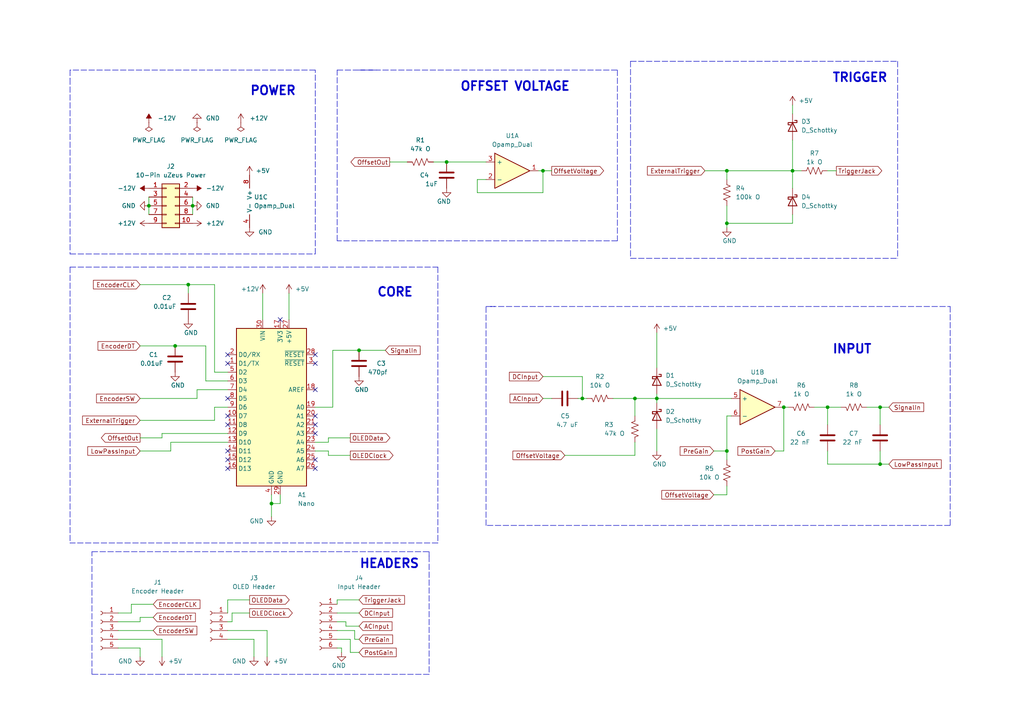
<source format=kicad_sch>
(kicad_sch (version 20211123) (generator eeschema)
  (paper "A4")
  (lib_symbols
    (symbol "Connector:Conn_01x04_Female" (pin_names (offset 1.016) hide)
      (property "Reference" "J" (at 0 5.08 0))
      (property "Value" "Conn_01x04_Female" (at 0 -7.62 0))
      (symbol "Conn_01x04_Female_1_1"
        (arc (start 0 -4.572) (mid -0.508 -5.08) (end 0 -5.588) (stroke (width 0.1524)))
        (arc (start 0 -2.032) (mid -0.508 -2.54) (end 0 -3.048) (stroke (width 0.1524)))
        (polyline (pts (xy -1.27 -5.08) (xy -0.508 -5.08)) (stroke (width 0.1524)))
        (polyline (pts (xy -1.27 -2.54) (xy -0.508 -2.54)) (stroke (width 0.1524)))
        (polyline (pts (xy -1.27 0) (xy -0.508 0)) (stroke (width 0.1524)))
        (polyline (pts (xy -1.27 2.54) (xy -0.508 2.54)) (stroke (width 0.1524)))
        (arc (start 0 0.508) (mid -0.508 0) (end 0 -0.508) (stroke (width 0.1524)))
        (arc (start 0 3.048) (mid -0.508 2.54) (end 0 2.032) (stroke (width 0.1524)))
        (pin passive line (at -5.08 2.54 0) (length 3.81) (name "Pin_1") (number "1"))
        (pin passive line (at -5.08 0 0) (length 3.81) (name "Pin_2") (number "2"))
        (pin passive line (at -5.08 -2.54 0) (length 3.81) (name "Pin_3") (number "3"))
        (pin passive line (at -5.08 -5.08 0) (length 3.81) (name "Pin_4") (number "4"))
      )
    )
    (symbol "Connector:Conn_01x05_Female" (pin_names (offset 1.016) hide)
      (property "Reference" "J" (at 0 7.62 0))
      (property "Value" "Conn_01x05_Female" (at 0 -7.62 0))
      (symbol "Conn_01x05_Female_1_1"
        (arc (start 0 -4.572) (mid -0.508 -5.08) (end 0 -5.588) (stroke (width 0.1524)))
        (arc (start 0 -2.032) (mid -0.508 -2.54) (end 0 -3.048) (stroke (width 0.1524)))
        (polyline (pts (xy -1.27 -5.08) (xy -0.508 -5.08)) (stroke (width 0.1524)))
        (polyline (pts (xy -1.27 -2.54) (xy -0.508 -2.54)) (stroke (width 0.1524)))
        (polyline (pts (xy -1.27 0) (xy -0.508 0)) (stroke (width 0.1524)))
        (polyline (pts (xy -1.27 2.54) (xy -0.508 2.54)) (stroke (width 0.1524)))
        (polyline (pts (xy -1.27 5.08) (xy -0.508 5.08)) (stroke (width 0.1524)))
        (arc (start 0 0.508) (mid -0.508 0) (end 0 -0.508) (stroke (width 0.1524)))
        (arc (start 0 3.048) (mid -0.508 2.54) (end 0 2.032) (stroke (width 0.1524)))
        (arc (start 0 5.588) (mid -0.508 5.08) (end 0 4.572) (stroke (width 0.1524)))
        (pin passive line (at -5.08 5.08 0) (length 3.81) (name "Pin_1") (number "1"))
        (pin passive line (at -5.08 2.54 0) (length 3.81) (name "Pin_2") (number "2"))
        (pin passive line (at -5.08 0 0) (length 3.81) (name "Pin_3") (number "3"))
        (pin passive line (at -5.08 -2.54 0) (length 3.81) (name "Pin_4") (number "4"))
        (pin passive line (at -5.08 -5.08 0) (length 3.81) (name "Pin_5") (number "5"))
      )
    )
    (symbol "Connector:Conn_01x06_Female" (pin_names (offset 1.016) hide)
      (property "Reference" "J" (at 0 7.62 0))
      (property "Value" "Conn_01x06_Female" (at 0 -10.16 0))
      (symbol "Conn_01x06_Female_1_1"
        (arc (start 0 -7.112) (mid -0.508 -7.62) (end 0 -8.128) (stroke (width 0.1524)))
        (arc (start 0 -4.572) (mid -0.508 -5.08) (end 0 -5.588) (stroke (width 0.1524)))
        (arc (start 0 -2.032) (mid -0.508 -2.54) (end 0 -3.048) (stroke (width 0.1524)))
        (polyline (pts (xy -1.27 -7.62) (xy -0.508 -7.62)) (stroke (width 0.1524)))
        (polyline (pts (xy -1.27 -5.08) (xy -0.508 -5.08)) (stroke (width 0.1524)))
        (polyline (pts (xy -1.27 -2.54) (xy -0.508 -2.54)) (stroke (width 0.1524)))
        (polyline (pts (xy -1.27 0) (xy -0.508 0)) (stroke (width 0.1524)))
        (polyline (pts (xy -1.27 2.54) (xy -0.508 2.54)) (stroke (width 0.1524)))
        (polyline (pts (xy -1.27 5.08) (xy -0.508 5.08)) (stroke (width 0.1524)))
        (arc (start 0 0.508) (mid -0.508 0) (end 0 -0.508) (stroke (width 0.1524)))
        (arc (start 0 3.048) (mid -0.508 2.54) (end 0 2.032) (stroke (width 0.1524)))
        (arc (start 0 5.588) (mid -0.508 5.08) (end 0 4.572) (stroke (width 0.1524)))
        (pin passive line (at -5.08 5.08 0) (length 3.81) (name "Pin_1") (number "1"))
        (pin passive line (at -5.08 2.54 0) (length 3.81) (name "Pin_2") (number "2"))
        (pin passive line (at -5.08 0 0) (length 3.81) (name "Pin_3") (number "3"))
        (pin passive line (at -5.08 -2.54 0) (length 3.81) (name "Pin_4") (number "4"))
        (pin passive line (at -5.08 -5.08 0) (length 3.81) (name "Pin_5") (number "5"))
        (pin passive line (at -5.08 -7.62 0) (length 3.81) (name "Pin_6") (number "6"))
      )
    )
    (symbol "Connector_Generic:Conn_02x05_Odd_Even" (pin_names (offset 1.016) hide)
      (property "Reference" "J" (at 1.27 7.62 0))
      (property "Value" "Conn_02x05_Odd_Even" (at 1.27 -7.62 0))
      (symbol "Conn_02x05_Odd_Even_1_1"
        (rectangle (start -1.27 -4.953) (end 0 -5.207) (stroke (width 0.1524)))
        (rectangle (start -1.27 -2.413) (end 0 -2.667) (stroke (width 0.1524)))
        (rectangle (start -1.27 0.127) (end 0 -0.127) (stroke (width 0.1524)))
        (rectangle (start -1.27 2.667) (end 0 2.413) (stroke (width 0.1524)))
        (rectangle (start -1.27 5.207) (end 0 4.953) (stroke (width 0.1524)))
        (rectangle (start -1.27 6.35) (end 3.81 -6.35) (stroke (width 0.254)) (fill (type background)))
        (rectangle (start 3.81 -4.953) (end 2.54 -5.207) (stroke (width 0.1524)))
        (rectangle (start 3.81 -2.413) (end 2.54 -2.667) (stroke (width 0.1524)))
        (rectangle (start 3.81 0.127) (end 2.54 -0.127) (stroke (width 0.1524)))
        (rectangle (start 3.81 2.667) (end 2.54 2.413) (stroke (width 0.1524)))
        (rectangle (start 3.81 5.207) (end 2.54 4.953) (stroke (width 0.1524)))
        (pin passive line (at -5.08 5.08 0) (length 3.81) (name "Pin_1") (number "1"))
        (pin passive line (at 7.62 -5.08 180) (length 3.81) (name "Pin_10") (number "10"))
        (pin passive line (at 7.62 5.08 180) (length 3.81) (name "Pin_2") (number "2"))
        (pin passive line (at -5.08 2.54 0) (length 3.81) (name "Pin_3") (number "3"))
        (pin passive line (at 7.62 2.54 180) (length 3.81) (name "Pin_4") (number "4"))
        (pin passive line (at -5.08 0 0) (length 3.81) (name "Pin_5") (number "5"))
        (pin passive line (at 7.62 0 180) (length 3.81) (name "Pin_6") (number "6"))
        (pin passive line (at -5.08 -2.54 0) (length 3.81) (name "Pin_7") (number "7"))
        (pin passive line (at 7.62 -2.54 180) (length 3.81) (name "Pin_8") (number "8"))
        (pin passive line (at -5.08 -5.08 0) (length 3.81) (name "Pin_9") (number "9"))
      )
    )
    (symbol "Device:C" (pin_numbers hide) (pin_names (offset 0.254))
      (property "Reference" "C" (at 0.635 2.54 0))
      (property "Value" "C" (at 0.635 -2.54 0))
      (symbol "C_0_1"
        (polyline (pts (xy -2.032 -0.762) (xy 2.032 -0.762)) (stroke (width 0.508)))
        (polyline (pts (xy -2.032 0.762) (xy 2.032 0.762)) (stroke (width 0.508)))
      )
      (symbol "C_1_1"
        (pin passive line (at 0 3.81 270) (length 2.794) (name "~") (number "1"))
        (pin passive line (at 0 -3.81 90) (length 2.794) (name "~") (number "2"))
      )
    )
    (symbol "Device:D_Schottky" (pin_numbers hide) (pin_names (offset 1.016) hide)
      (property "Reference" "D" (at 0 2.54 0))
      (property "Value" "D_Schottky" (at 0 -2.54 0))
      (symbol "D_Schottky_0_1"
        (polyline (pts (xy 1.27 0) (xy -1.27 0)))
        (polyline (pts (xy 1.27 1.27) (xy 1.27 -1.27) (xy -1.27 0) (xy 1.27 1.27)) (stroke (width 0.254)))
        (polyline (pts (xy -1.905 0.635) (xy -1.905 1.27) (xy -1.27 1.27) (xy -1.27 -1.27) (xy -0.635 -1.27) (xy -0.635 -0.635)) (stroke (width 0.254)))
      )
      (symbol "D_Schottky_1_1"
        (pin passive line (at -3.81 0 0) (length 2.54) (name "K") (number "1"))
        (pin passive line (at 3.81 0 180) (length 2.54) (name "A") (number "2"))
      )
    )
    (symbol "Device:Opamp_Dual"
      (property "Reference" "U" (at 0 5.08 0))
      (property "Value" "Opamp_Dual" (at 0 -5.08 0))
      (symbol "Opamp_Dual_1_1"
        (polyline (pts (xy -5.08 5.08) (xy 5.08 0) (xy -5.08 -5.08) (xy -5.08 5.08)) (stroke (width 0.254)) (fill (type background)))
        (pin output line (at 7.62 0 180) (length 2.54) (name "~") (number "1"))
        (pin input line (at -7.62 -2.54 0) (length 2.54) (name "-") (number "2"))
        (pin input line (at -7.62 2.54 0) (length 2.54) (name "+") (number "3"))
      )
      (symbol "Opamp_Dual_2_1"
        (polyline (pts (xy -5.08 5.08) (xy 5.08 0) (xy -5.08 -5.08) (xy -5.08 5.08)) (stroke (width 0.254)) (fill (type background)))
        (pin input line (at -7.62 2.54 0) (length 2.54) (name "+") (number "5"))
        (pin input line (at -7.62 -2.54 0) (length 2.54) (name "-") (number "6"))
        (pin output line (at 7.62 0 180) (length 2.54) (name "~") (number "7"))
      )
      (symbol "Opamp_Dual_3_1"
        (pin power_in line (at -2.54 -7.62 90) (length 3.81) (name "V-") (number "4"))
        (pin power_in line (at -2.54 7.62 270) (length 3.81) (name "V+") (number "8"))
      )
    )
    (symbol "Device:R_US" (pin_numbers hide) (pin_names (offset 0))
      (property "Reference" "R" (at 2.54 0 90))
      (property "Value" "R_US" (at -2.54 0 90))
      (symbol "R_US_0_1"
        (polyline (pts (xy 0 -2.286) (xy 0 -2.54)))
        (polyline (pts (xy 0 2.286) (xy 0 2.54)))
        (polyline (pts (xy 0 -0.762) (xy 1.016 -1.143) (xy 0 -1.524) (xy -1.016 -1.905) (xy 0 -2.286)))
        (polyline (pts (xy 0 0.762) (xy 1.016 0.381) (xy 0 0) (xy -1.016 -0.381) (xy 0 -0.762)))
        (polyline (pts (xy 0 2.286) (xy 1.016 1.905) (xy 0 1.524) (xy -1.016 1.143) (xy 0 0.762)))
      )
      (symbol "R_US_1_1"
        (pin passive line (at 0 3.81 270) (length 1.27) (name "~") (number "1"))
        (pin passive line (at 0 -3.81 90) (length 1.27) (name "~") (number "2"))
      )
    )
    (symbol "MCU_Module:Arduino_Nano_v3.x"
      (property "Reference" "A" (at -10.16 23.495 0))
      (property "Value" "Arduino_Nano_v3.x" (at 5.08 -24.13 0))
      (symbol "Arduino_Nano_v3.x_0_1"
        (rectangle (start -10.16 22.86) (end 10.16 -22.86) (stroke (width 0.254)) (fill (type background)))
      )
      (symbol "Arduino_Nano_v3.x_1_1"
        (pin bidirectional line (at -12.7 12.7 0) (length 2.54) (name "D1/TX") (number "1"))
        (pin bidirectional line (at -12.7 -2.54 0) (length 2.54) (name "D7") (number "10"))
        (pin bidirectional line (at -12.7 -5.08 0) (length 2.54) (name "D8") (number "11"))
        (pin bidirectional line (at -12.7 -7.62 0) (length 2.54) (name "D9") (number "12"))
        (pin bidirectional line (at -12.7 -10.16 0) (length 2.54) (name "D10") (number "13"))
        (pin bidirectional line (at -12.7 -12.7 0) (length 2.54) (name "D11") (number "14"))
        (pin bidirectional line (at -12.7 -15.24 0) (length 2.54) (name "D12") (number "15"))
        (pin bidirectional line (at -12.7 -17.78 0) (length 2.54) (name "D13") (number "16"))
        (pin power_out line (at 2.54 25.4 270) (length 2.54) (name "3V3") (number "17"))
        (pin input line (at 12.7 5.08 180) (length 2.54) (name "AREF") (number "18"))
        (pin bidirectional line (at 12.7 0 180) (length 2.54) (name "A0") (number "19"))
        (pin bidirectional line (at -12.7 15.24 0) (length 2.54) (name "D0/RX") (number "2"))
        (pin bidirectional line (at 12.7 -2.54 180) (length 2.54) (name "A1") (number "20"))
        (pin bidirectional line (at 12.7 -5.08 180) (length 2.54) (name "A2") (number "21"))
        (pin bidirectional line (at 12.7 -7.62 180) (length 2.54) (name "A3") (number "22"))
        (pin bidirectional line (at 12.7 -10.16 180) (length 2.54) (name "A4") (number "23"))
        (pin bidirectional line (at 12.7 -12.7 180) (length 2.54) (name "A5") (number "24"))
        (pin bidirectional line (at 12.7 -15.24 180) (length 2.54) (name "A6") (number "25"))
        (pin bidirectional line (at 12.7 -17.78 180) (length 2.54) (name "A7") (number "26"))
        (pin power_out line (at 5.08 25.4 270) (length 2.54) (name "+5V") (number "27"))
        (pin input line (at 12.7 15.24 180) (length 2.54) (name "~{RESET}") (number "28"))
        (pin power_in line (at 2.54 -25.4 90) (length 2.54) (name "GND") (number "29"))
        (pin input line (at 12.7 12.7 180) (length 2.54) (name "~{RESET}") (number "3"))
        (pin power_in line (at -2.54 25.4 270) (length 2.54) (name "VIN") (number "30"))
        (pin power_in line (at 0 -25.4 90) (length 2.54) (name "GND") (number "4"))
        (pin bidirectional line (at -12.7 10.16 0) (length 2.54) (name "D2") (number "5"))
        (pin bidirectional line (at -12.7 7.62 0) (length 2.54) (name "D3") (number "6"))
        (pin bidirectional line (at -12.7 5.08 0) (length 2.54) (name "D4") (number "7"))
        (pin bidirectional line (at -12.7 2.54 0) (length 2.54) (name "D5") (number "8"))
        (pin bidirectional line (at -12.7 0 0) (length 2.54) (name "D6") (number "9"))
      )
    )
    (symbol "power:+12V" (power) (pin_names (offset 0))
      (property "Value" "+12V" (at 0 3.556 0))
      (symbol "+12V_0_1"
        (polyline (pts (xy -0.762 1.27) (xy 0 2.54)))
        (polyline (pts (xy 0 0) (xy 0 2.54)))
        (polyline (pts (xy 0 2.54) (xy 0.762 1.27)))
      )
      (symbol "+12V_1_1"
        (pin power_in line (at 0 0 90) (length 0) hide (name "+12V") (number "1"))
      )
    )
    (symbol "power:+5V" (power) (pin_names (offset 0))
      (property "Value" "+5V" (at 0 3.556 0))
      (symbol "+5V_0_1"
        (polyline (pts (xy -0.762 1.27) (xy 0 2.54)))
        (polyline (pts (xy 0 0) (xy 0 2.54)))
        (polyline (pts (xy 0 2.54) (xy 0.762 1.27)))
      )
      (symbol "+5V_1_1"
        (pin power_in line (at 0 0 90) (length 0) hide (name "+5V") (number "1"))
      )
    )
    (symbol "power:-12V" (power) (pin_names (offset 0))
      (property "Value" "-12V" (at 0 3.81 0))
      (symbol "-12V_0_0"
        (pin power_in line (at 0 0 90) (length 0) hide (name "-12V") (number "1"))
      )
      (symbol "-12V_0_1"
        (polyline (pts (xy 0 0) (xy 0 1.27) (xy 0.762 1.27) (xy 0 2.54) (xy -0.762 1.27) (xy 0 1.27)) (fill (type outline)))
      )
    )
    (symbol "power:GND" (power) (pin_names (offset 0))
      (property "Value" "GND" (at 0 -3.81 0))
      (symbol "GND_0_1"
        (polyline (pts (xy 0 0) (xy 0 -1.27) (xy 1.27 -1.27) (xy 0 -2.54) (xy -1.27 -1.27) (xy 0 -1.27)))
      )
      (symbol "GND_1_1"
        (pin power_in line (at 0 0 270) (length 0) hide (name "GND") (number "1"))
      )
    )
    (symbol "power:PWR_FLAG" (power) (pin_numbers hide) (pin_names (offset 0) hide)
      (property "Value" "PWR_FLAG" (at 0 3.81 0))
      (symbol "PWR_FLAG_0_0"
        (pin power_out line (at 0 0 90) (length 0) (name "pwr") (number "1"))
      )
      (symbol "PWR_FLAG_0_1"
        (polyline (pts (xy 0 0) (xy 0 1.27) (xy -1.016 1.905) (xy 0 2.54) (xy 1.016 1.905) (xy 0 1.27)))
      )
    )
  )
  (junction (at 157.48 49.53))
  (junction (at 168.91 115.57))
  (junction (at 55.88 59.69))
  (junction (at 129.54 46.99))
  (junction (at 43.18 59.69))
  (junction (at 255.27 118.11))
  (junction (at 227.33 118.11))
  (junction (at 210.82 64.77))
  (junction (at 184.15 115.57))
  (junction (at 78.74 146.05))
  (junction (at 229.87 49.53))
  (junction (at 54.61 82.55))
  (junction (at 50.8 100.33))
  (junction (at 210.82 130.81))
  (junction (at 190.5 115.57))
  (junction (at 255.27 134.62))
  (junction (at 240.03 118.11))
  (junction (at 210.82 49.53))
  (junction (at 104.14 101.6))
  (no_connect (at 66.04 123.19))
  (no_connect (at 66.04 120.65))
  (no_connect (at 66.04 105.41))
  (no_connect (at 66.04 102.87))
  (no_connect (at 91.44 135.89))
  (no_connect (at 91.44 133.35))
  (no_connect (at 91.44 113.03))
  (no_connect (at 66.04 133.35))
  (no_connect (at 66.04 135.89))
  (no_connect (at 66.04 115.57))
  (no_connect (at 91.44 125.73))
  (no_connect (at 91.44 123.19))
  (no_connect (at 91.44 120.65))
  (no_connect (at 91.44 105.41))
  (no_connect (at 91.44 102.87))
  (no_connect (at 81.28 92.71))
  (no_connect (at 66.04 130.81))
  (wire (pts (xy 96.52 101.6) (xy 104.14 101.6)))
  (wire (pts (xy 167.64 115.57) (xy 168.91 115.57)))
  (wire (pts (xy 38.1 175.26) (xy 38.1 177.8)))
  (wire (pts (xy 229.87 49.53) (xy 210.82 49.53)))
  (wire (pts (xy 43.18 59.69) (xy 43.18 62.23)))
  (wire (pts (xy 168.91 115.57) (xy 170.18 115.57)))
  (wire (pts (xy 240.03 118.11) (xy 243.84 118.11)))
  (wire (pts (xy 67.31 180.34) (xy 66.04 180.34)))
  (wire (pts (xy 34.29 185.42) (xy 46.99 185.42)))
  (polyline (pts (xy 124.46 195.58) (xy 26.67 195.58)))
  (wire (pts (xy 210.82 120.65) (xy 210.82 130.81)))
  (wire (pts (xy 229.87 64.77) (xy 210.82 64.77)))
  (wire (pts (xy 95.25 132.08) (xy 101.6 132.08)))
  (wire (pts (xy 43.18 57.15) (xy 43.18 59.69)))
  (wire (pts (xy 138.43 55.88) (xy 138.43 52.07)))
  (polyline (pts (xy 140.97 88.9) (xy 143.51 88.9)))
  (wire (pts (xy 97.79 173.99) (xy 104.14 173.99)))
  (wire (pts (xy 57.15 113.03) (xy 66.04 113.03)))
  (wire (pts (xy 251.46 118.11) (xy 255.27 118.11)))
  (wire (pts (xy 54.61 82.55) (xy 62.23 82.55)))
  (wire (pts (xy 38.1 177.8) (xy 34.29 177.8)))
  (wire (pts (xy 62.23 118.11) (xy 66.04 118.11)))
  (wire (pts (xy 40.64 190.5) (xy 40.64 187.96)))
  (wire (pts (xy 229.87 49.53) (xy 229.87 54.61)))
  (wire (pts (xy 55.88 59.69) (xy 55.88 62.23)))
  (wire (pts (xy 190.5 96.52) (xy 190.5 106.68)))
  (wire (pts (xy 96.52 118.11) (xy 96.52 101.6)))
  (wire (pts (xy 46.99 127) (xy 40.64 127)))
  (polyline (pts (xy 179.07 20.32) (xy 179.07 69.85)))
  (wire (pts (xy 44.45 179.07) (xy 40.64 179.07)))
  (wire (pts (xy 78.74 146.05) (xy 78.74 143.51)))
  (wire (pts (xy 62.23 118.11) (xy 62.23 121.92)))
  (wire (pts (xy 157.48 49.53) (xy 157.48 55.88)))
  (wire (pts (xy 157.48 109.22) (xy 168.91 109.22)))
  (wire (pts (xy 240.03 49.53) (xy 242.57 49.53)))
  (wire (pts (xy 57.15 113.03) (xy 57.15 115.57)))
  (wire (pts (xy 49.53 128.27) (xy 49.53 130.81)))
  (polyline (pts (xy 182.88 17.78) (xy 182.88 74.93)))
  (wire (pts (xy 46.99 125.73) (xy 66.04 125.73)))
  (wire (pts (xy 78.74 149.86) (xy 78.74 146.05)))
  (wire (pts (xy 72.39 177.8) (xy 67.31 177.8)))
  (wire (pts (xy 91.44 130.81) (xy 95.25 130.81)))
  (polyline (pts (xy 127 157.48) (xy 20.32 157.48)))
  (wire (pts (xy 207.01 130.81) (xy 210.82 130.81)))
  (wire (pts (xy 212.09 120.65) (xy 210.82 120.65)))
  (wire (pts (xy 113.03 46.99) (xy 118.11 46.99)))
  (wire (pts (xy 40.64 121.92) (xy 62.23 121.92)))
  (wire (pts (xy 102.87 182.88) (xy 97.79 182.88)))
  (polyline (pts (xy 97.79 69.85) (xy 97.79 20.32)))
  (wire (pts (xy 91.44 128.27) (xy 95.25 128.27)))
  (wire (pts (xy 157.48 115.57) (xy 160.02 115.57)))
  (wire (pts (xy 55.88 57.15) (xy 55.88 59.69)))
  (wire (pts (xy 95.25 128.27) (xy 95.25 127)))
  (wire (pts (xy 224.79 130.81) (xy 227.33 130.81)))
  (wire (pts (xy 104.14 189.23) (xy 101.6 189.23)))
  (wire (pts (xy 190.5 115.57) (xy 212.09 115.57)))
  (wire (pts (xy 168.91 109.22) (xy 168.91 115.57)))
  (wire (pts (xy 81.28 146.05) (xy 81.28 143.51)))
  (wire (pts (xy 40.64 187.96) (xy 34.29 187.96)))
  (wire (pts (xy 190.5 124.46) (xy 190.5 130.81)))
  (wire (pts (xy 46.99 185.42) (xy 46.99 190.5)))
  (wire (pts (xy 66.04 185.42) (xy 73.66 185.42)))
  (wire (pts (xy 255.27 118.11) (xy 255.27 123.19)))
  (wire (pts (xy 97.79 180.34) (xy 100.33 180.34)))
  (polyline (pts (xy 179.07 69.85) (xy 97.79 69.85)))
  (wire (pts (xy 91.44 118.11) (xy 96.52 118.11)))
  (polyline (pts (xy 142.24 88.9) (xy 275.59 88.9)))
  (polyline (pts (xy 20.32 77.47) (xy 20.32 157.48)))
  (wire (pts (xy 229.87 40.64) (xy 229.87 49.53)))
  (wire (pts (xy 184.15 120.65) (xy 184.15 115.57)))
  (wire (pts (xy 67.31 177.8) (xy 67.31 180.34)))
  (wire (pts (xy 40.64 179.07) (xy 40.64 180.34)))
  (wire (pts (xy 83.82 85.09) (xy 83.82 92.71)))
  (wire (pts (xy 50.8 100.33) (xy 59.69 100.33)))
  (polyline (pts (xy 260.35 17.78) (xy 260.35 74.93)))
  (polyline (pts (xy 91.44 20.32) (xy 20.32 20.32)))
  (wire (pts (xy 73.66 185.42) (xy 73.66 190.5)))
  (wire (pts (xy 129.54 46.99) (xy 140.97 46.99)))
  (polyline (pts (xy 26.67 160.02) (xy 124.46 160.02)))
  (wire (pts (xy 210.82 59.69) (xy 210.82 64.77)))
  (wire (pts (xy 104.14 101.6) (xy 111.76 101.6)))
  (wire (pts (xy 49.53 128.27) (xy 66.04 128.27)))
  (polyline (pts (xy 20.32 22.86) (xy 20.32 73.66)))
  (wire (pts (xy 97.79 175.26) (xy 97.79 173.99)))
  (wire (pts (xy 100.33 180.34) (xy 100.33 181.61)))
  (polyline (pts (xy 20.32 20.32) (xy 20.32 22.86)))
  (wire (pts (xy 66.04 107.95) (xy 62.23 107.95)))
  (polyline (pts (xy 20.32 77.47) (xy 127 77.47)))
  (polyline (pts (xy 182.88 74.93) (xy 260.35 74.93)))
  (wire (pts (xy 204.47 49.53) (xy 210.82 49.53)))
  (wire (pts (xy 210.82 140.97) (xy 210.82 143.51)))
  (wire (pts (xy 228.6 118.11) (xy 227.33 118.11)))
  (wire (pts (xy 97.79 177.8) (xy 104.14 177.8)))
  (wire (pts (xy 46.99 125.73) (xy 46.99 127)))
  (polyline (pts (xy 97.79 20.32) (xy 109.22 20.32)))
  (wire (pts (xy 62.23 82.55) (xy 62.23 107.95)))
  (wire (pts (xy 138.43 52.07) (xy 140.97 52.07)))
  (wire (pts (xy 44.45 182.88) (xy 34.29 182.88)))
  (polyline (pts (xy 124.46 160.02) (xy 124.46 161.29)))
  (polyline (pts (xy 275.59 88.9) (xy 275.59 152.4)))
  (wire (pts (xy 78.74 146.05) (xy 81.28 146.05)))
  (polyline (pts (xy 182.88 17.78) (xy 260.35 17.78)))
  (polyline (pts (xy 104.14 20.32) (xy 179.07 20.32)))
  (polyline (pts (xy 124.46 161.29) (xy 124.46 195.58)))
  (wire (pts (xy 190.5 115.57) (xy 190.5 116.84)))
  (polyline (pts (xy 20.32 73.66) (xy 91.44 73.66)))
  (wire (pts (xy 40.64 115.57) (xy 57.15 115.57)))
  (wire (pts (xy 255.27 130.81) (xy 255.27 134.62)))
  (wire (pts (xy 44.45 175.26) (xy 38.1 175.26)))
  (wire (pts (xy 157.48 49.53) (xy 160.02 49.53)))
  (wire (pts (xy 66.04 182.88) (xy 77.47 182.88)))
  (wire (pts (xy 40.64 180.34) (xy 34.29 180.34)))
  (wire (pts (xy 40.64 130.81) (xy 49.53 130.81)))
  (wire (pts (xy 210.82 49.53) (xy 210.82 52.07)))
  (wire (pts (xy 77.47 182.88) (xy 77.47 190.5)))
  (wire (pts (xy 184.15 132.08) (xy 184.15 128.27)))
  (wire (pts (xy 100.33 181.61) (xy 104.14 181.61)))
  (wire (pts (xy 66.04 173.99) (xy 72.39 173.99)))
  (wire (pts (xy 210.82 130.81) (xy 210.82 133.35)))
  (wire (pts (xy 99.06 187.96) (xy 99.06 189.23)))
  (wire (pts (xy 54.61 85.09) (xy 54.61 82.55)))
  (wire (pts (xy 190.5 114.3) (xy 190.5 115.57)))
  (wire (pts (xy 240.03 130.81) (xy 240.03 134.62)))
  (polyline (pts (xy 127 77.47) (xy 127 157.48)))
  (wire (pts (xy 229.87 30.48) (xy 229.87 33.02)))
  (wire (pts (xy 229.87 49.53) (xy 232.41 49.53)))
  (wire (pts (xy 95.25 127) (xy 101.6 127)))
  (wire (pts (xy 236.22 118.11) (xy 240.03 118.11)))
  (wire (pts (xy 104.14 185.42) (xy 102.87 185.42)))
  (wire (pts (xy 101.6 189.23) (xy 101.6 185.42)))
  (wire (pts (xy 210.82 143.51) (xy 207.01 143.51)))
  (polyline (pts (xy 140.97 152.4) (xy 140.97 88.9)))
  (polyline (pts (xy 91.44 73.66) (xy 91.44 20.32)))
  (wire (pts (xy 177.8 115.57) (xy 184.15 115.57)))
  (wire (pts (xy 66.04 110.49) (xy 59.69 110.49)))
  (wire (pts (xy 76.2 85.09) (xy 76.2 92.71)))
  (wire (pts (xy 59.69 110.49) (xy 59.69 100.33)))
  (wire (pts (xy 163.83 132.08) (xy 184.15 132.08)))
  (polyline (pts (xy 275.59 152.4) (xy 140.97 152.4)))
  (wire (pts (xy 95.25 130.81) (xy 95.25 132.08)))
  (wire (pts (xy 102.87 185.42) (xy 102.87 182.88)))
  (wire (pts (xy 129.54 46.99) (xy 125.73 46.99)))
  (wire (pts (xy 66.04 177.8) (xy 66.04 173.99)))
  (wire (pts (xy 210.82 64.77) (xy 210.82 66.04)))
  (wire (pts (xy 156.21 49.53) (xy 157.48 49.53)))
  (wire (pts (xy 40.64 82.55) (xy 54.61 82.55)))
  (wire (pts (xy 255.27 134.62) (xy 257.81 134.62)))
  (wire (pts (xy 97.79 187.96) (xy 99.06 187.96)))
  (wire (pts (xy 101.6 185.42) (xy 97.79 185.42)))
  (wire (pts (xy 157.48 55.88) (xy 138.43 55.88)))
  (wire (pts (xy 184.15 115.57) (xy 190.5 115.57)))
  (wire (pts (xy 227.33 130.81) (xy 227.33 118.11)))
  (wire (pts (xy 40.64 100.33) (xy 50.8 100.33)))
  (wire (pts (xy 240.03 134.62) (xy 255.27 134.62)))
  (wire (pts (xy 229.87 62.23) (xy 229.87 64.77)))
  (polyline (pts (xy 26.67 195.58) (xy 26.67 160.02)))
  (wire (pts (xy 255.27 118.11) (xy 257.81 118.11)))
  (wire (pts (xy 240.03 118.11) (xy 240.03 123.19)))
  (text "TRIGGER" (at 241.3 24.13 0) (effects (font (size 2.54 2.54) (thickness 0.508) bold) (justify left bottom)))
  (text "POWER" (at 72.39 27.94 0) (effects (font (size 2.54 2.54) (thickness 0.508) bold) (justify left bottom)))
  (text "CORE" (at 109.22 86.36 0) (effects (font (size 2.54 2.54) (thickness 0.508) bold) (justify left bottom)))
  (text "OFFSET VOLTAGE" (at 133.35 26.67 0) (effects (font (size 2.54 2.54) (thickness 0.508) bold) (justify left bottom)))
  (text "HEADERS" (at 104.14 165.1 0) (effects (font (size 2.54 2.54) (thickness 0.508) bold) (justify left bottom)))
  (text "INPUT" (at 241.3 102.87 0) (effects (font (size 2.54 2.54) (thickness 0.508) bold) (justify left bottom)))
  (global_label "SignalIn" (shape input) (at 257.81 118.11 0) (property "Intersheet References" "${INTERSHEET_REFS}" (effects hide)))
  (global_label "EncoderDT" (shape input) (at 44.45 179.07 0) (property "Intersheet References" "${INTERSHEET_REFS}" (effects hide)))
  (global_label "ACInput" (shape input) (at 104.14 181.61 0) (property "Intersheet References" "${INTERSHEET_REFS}" (effects hide)))
  (global_label "OLEDData" (shape output) (at 101.6 127 0) (property "Intersheet References" "${INTERSHEET_REFS}" (effects hide)))
  (global_label "OffsetOut" (shape output) (at 113.03 46.99 180) (property "Intersheet References" "${INTERSHEET_REFS}" (effects hide)))
  (global_label "ExternalTrigger" (shape input) (at 204.47 49.53 180) (property "Intersheet References" "${INTERSHEET_REFS}" (effects hide)))
  (global_label "OffsetVoltage" (shape input) (at 207.01 143.51 180) (property "Intersheet References" "${INTERSHEET_REFS}" (effects hide)))
  (global_label "EncoderSW" (shape input) (at 40.64 115.57 180) (property "Intersheet References" "${INTERSHEET_REFS}" (effects hide)))
  (global_label "ExternalTrigger" (shape input) (at 40.64 121.92 180) (property "Intersheet References" "${INTERSHEET_REFS}" (effects hide)))
  (global_label "SignalIn" (shape input) (at 111.76 101.6 0) (property "Intersheet References" "${INTERSHEET_REFS}" (effects hide)))
  (global_label "PreGain" (shape input) (at 207.01 130.81 180) (property "Intersheet References" "${INTERSHEET_REFS}" (effects hide)))
  (global_label "OLEDData" (shape output) (at 72.39 173.99 0) (property "Intersheet References" "${INTERSHEET_REFS}" (effects hide)))
  (global_label "DCInput" (shape input) (at 157.48 109.22 180) (property "Intersheet References" "${INTERSHEET_REFS}" (effects hide)))
  (global_label "LowPassInput" (shape input) (at 40.64 130.81 180) (property "Intersheet References" "${INTERSHEET_REFS}" (effects hide)))
  (global_label "EncoderCLK" (shape input) (at 44.45 175.26 0) (property "Intersheet References" "${INTERSHEET_REFS}" (effects hide)))
  (global_label "OffsetVoltage" (shape output) (at 160.02 49.53 0) (property "Intersheet References" "${INTERSHEET_REFS}" (effects hide)))
  (global_label "DCInput" (shape input) (at 104.14 177.8 0) (property "Intersheet References" "${INTERSHEET_REFS}" (effects hide)))
  (global_label "TriggerJack" (shape input) (at 104.14 173.99 0) (property "Intersheet References" "${INTERSHEET_REFS}" (effects hide)))
  (global_label "LowPassInput" (shape input) (at 257.81 134.62 0) (property "Intersheet References" "${INTERSHEET_REFS}" (effects hide)))
  (global_label "OffsetVoltage" (shape input) (at 163.83 132.08 180) (property "Intersheet References" "${INTERSHEET_REFS}" (effects hide)))
  (global_label "OLEDClock" (shape output) (at 72.39 177.8 0) (property "Intersheet References" "${INTERSHEET_REFS}" (effects hide)))
  (global_label "PostGain" (shape input) (at 224.79 130.81 180) (property "Intersheet References" "${INTERSHEET_REFS}" (effects hide)))
  (global_label "EncoderDT" (shape input) (at 40.64 100.33 180) (property "Intersheet References" "${INTERSHEET_REFS}" (effects hide)))
  (global_label "ACInput" (shape input) (at 157.48 115.57 180) (property "Intersheet References" "${INTERSHEET_REFS}" (effects hide)))
  (global_label "TriggerJack" (shape output) (at 242.57 49.53 0) (property "Intersheet References" "${INTERSHEET_REFS}" (effects hide)))
  (global_label "PreGain" (shape input) (at 104.14 185.42 0) (property "Intersheet References" "${INTERSHEET_REFS}" (effects hide)))
  (global_label "OffsetOut" (shape output) (at 40.64 127 180) (property "Intersheet References" "${INTERSHEET_REFS}" (effects hide)))
  (global_label "EncoderSW" (shape input) (at 44.45 182.88 0) (property "Intersheet References" "${INTERSHEET_REFS}" (effects hide)))
  (global_label "OLEDClock" (shape output) (at 101.6 132.08 0) (property "Intersheet References" "${INTERSHEET_REFS}" (effects hide)))
  (global_label "PostGain" (shape input) (at 104.14 189.23 0) (property "Intersheet References" "${INTERSHEET_REFS}" (effects hide)))
  (global_label "EncoderCLK" (shape input) (at 40.64 82.55 180) (property "Intersheet References" "${INTERSHEET_REFS}" (effects hide)))
  (symbol (lib_id "Device:R_US") (at 184.15 124.46 0) (mirror y) (unit 1)
    (property "Reference" "R3" (at 175.26 123.19 0) (effects (justify right)))
    (property "Value" "47k O" (at 175.26 125.73 0) (effects (justify right)))
    (property "Footprint" "Resistor_SMD:R_1210_3225Metric_Pad1.30x2.65mm_HandSolder" (effects hide))
  )
  (symbol (lib_id "power:+12V") (at 43.18 64.77 90) (unit 1)
    (property "Reference" "#PWR05" (effects hide))
    (property "Value" "+12V" (at 39.37 64.7699 90) (effects (justify left)))
  )
  (symbol (lib_id "power:+12V") (at 69.85 35.56 0) (unit 1)
    (property "Reference" "#PWR014" (effects hide))
    (property "Value" "+12V" (at 72.39 34.2899 0) (effects (justify left)))
  )
  (symbol (lib_id "Device:Opamp_Dual") (at 74.93 58.42 0) (unit 3)
    (property "Reference" "U1" (at 73.66 57.1499 0) (effects (justify left)))
    (property "Value" "Opamp_Dual" (at 73.66 59.6899 0) (effects (justify left)))
    (property "Footprint" "Package_DIP:DIP-8_W7.62mm_Socket" (effects hide))
  )
  (symbol (lib_id "power:GND") (at 78.74 149.86 0) (unit 1)
    (property "Reference" "#PWR021" (effects hide))
    (property "Value" "GND" (at 72.39 151.13 0) (effects (justify left)))
  )
  (symbol (lib_id "power:GND") (at 104.14 109.22 0) (unit 1)
    (property "Reference" "#PWR024" (effects hide))
    (property "Value" "GND" (at 102.87 113.03 0) (effects (justify left)))
  )
  (symbol (lib_id "power:+12V") (at 76.2 85.09 0) (unit 1)
    (property "Reference" "#PWR019" (effects hide))
    (property "Value" "+12V" (at 69.85 83.82 0) (effects (justify left)))
  )
  (symbol (lib_id "power:GND") (at 210.82 66.04 0) (unit 1)
    (property "Reference" "#PWR028" (effects hide))
    (property "Value" "GND" (at 209.55 69.85 0) (effects (justify left)))
  )
  (symbol (lib_id "Device:C") (at 163.83 115.57 270) (unit 1)
    (property "Reference" "C5" (at 162.56 120.65 90) (effects (justify left)))
    (property "Value" "4.7 uF" (at 161.29 123.19 90) (effects (justify left)))
    (property "Footprint" "Capacitor_THT:C_Disc_D6.0mm_W2.5mm_P5.00mm" (effects hide))
  )
  (symbol (lib_id "MCU_Module:Arduino_Nano_v3.x") (at 78.74 118.11 0) (unit 1)
    (property "Reference" "A1" (at 86.36 143.51 0) (effects (justify left)))
    (property "Value" "Nano" (at 86.36 146.05 0) (effects (justify left)))
    (property "Footprint" "Module:Arduino_Nano" (effects hide))
    (property "Datasheet" "http://www.mouser.com/pdfdocs/Gravitech_Arduino_Nano3_0.pdf" (effects hide))
  )
  (symbol (lib_id "power:+5V") (at 46.99 190.5 180) (unit 1)
    (property "Reference" "#PWR06" (effects hide))
    (property "Value" "+5V" (at 50.8 191.77 0))
  )
  (symbol (lib_id "power:GND") (at 50.8 107.95 0) (unit 1)
    (property "Reference" "#PWR09" (effects hide))
    (property "Value" "GND" (at 49.53 111.76 0) (effects (justify left)))
  )
  (symbol (lib_id "Device:D_Schottky") (at 190.5 120.65 270) (unit 1)
    (property "Reference" "D2" (at 193.04 119.38 90) (effects (justify left)))
    (property "Value" "D_Schottky" (at 193.04 121.92 90) (effects (justify left)))
    (property "Footprint" "Diode_SMD:D_1210_3225Metric_Pad1.42x2.65mm_HandSolder" (effects hide))
  )
  (symbol (lib_id "Device:R_US") (at 232.41 118.11 270) (mirror x) (unit 1)
    (property "Reference" "R6" (at 232.41 111.76 90))
    (property "Value" "1k O" (at 232.41 114.3 90))
    (property "Footprint" "Resistor_SMD:R_1210_3225Metric_Pad1.30x2.65mm_HandSolder" (effects hide))
  )
  (symbol (lib_id "Device:D_Schottky") (at 190.5 110.49 270) (unit 1)
    (property "Reference" "D1" (at 193.04 108.9024 90) (effects (justify left)))
    (property "Value" "D_Schottky" (at 193.04 111.4424 90) (effects (justify left)))
    (property "Footprint" "Diode_SMD:D_1210_3225Metric_Pad1.42x2.65mm_HandSolder" (effects hide))
  )
  (symbol (lib_id "power:-12V") (at 43.18 54.61 90) (unit 1)
    (property "Reference" "#PWR03" (effects hide))
    (property "Value" "-12V" (at 39.37 54.6099 90) (effects (justify left)))
  )
  (symbol (lib_id "Device:C") (at 50.8 104.14 0) (unit 1)
    (property "Reference" "C1" (at 43.18 102.87 0) (effects (justify left)))
    (property "Value" "0.01uF" (at 40.64 105.41 0) (effects (justify left)))
    (property "Footprint" "Capacitor_THT:C_Disc_D6.0mm_W2.5mm_P5.00mm" (effects hide))
  )
  (symbol (lib_id "Device:C") (at 240.03 127 180) (unit 1)
    (property "Reference" "C6" (at 233.68 125.73 0) (effects (justify left)))
    (property "Value" "22 nF" (at 234.95 128.27 0) (effects (justify left)))
    (property "Footprint" "Capacitor_THT:C_Disc_D6.0mm_W2.5mm_P5.00mm" (effects hide))
  )
  (symbol (lib_id "power:GND") (at 55.88 59.69 90) (unit 1)
    (property "Reference" "#PWR012" (effects hide))
    (property "Value" "GND" (at 59.69 59.6899 90) (effects (justify right)))
  )
  (symbol (lib_id "power:GND") (at 54.61 92.71 0) (unit 1)
    (property "Reference" "#PWR010" (effects hide))
    (property "Value" "GND" (at 53.34 96.52 0) (effects (justify left)))
  )
  (symbol (lib_id "power:GND") (at 73.66 190.5 0) (unit 1)
    (property "Reference" "#PWR018" (effects hide))
    (property "Value" "GND" (at 67.31 191.77 0) (effects (justify left)))
  )
  (symbol (lib_id "power:-12V") (at 43.18 35.56 0) (unit 1)
    (property "Reference" "#PWR01" (effects hide))
    (property "Value" "-12V" (at 45.72 34.2899 0) (effects (justify left)))
  )
  (symbol (lib_id "Connector:Conn_01x05_Female") (at 29.21 182.88 0) (mirror y) (unit 1)
    (property "Reference" "J1" (at 45.72 168.91 0))
    (property "Value" "Encoder Header" (at 45.72 171.45 0))
    (property "Footprint" "Connector_JST:JST_XH_B5B-XH-A_1x05_P2.50mm_Vertical" (effects hide))
  )
  (symbol (lib_id "power:+12V") (at 55.88 64.77 270) (unit 1)
    (property "Reference" "#PWR013" (effects hide))
    (property "Value" "+12V" (at 59.69 64.7699 90) (effects (justify left)))
  )
  (symbol (lib_id "Device:C") (at 255.27 127 180) (unit 1)
    (property "Reference" "C7" (at 248.92 125.73 0) (effects (justify left)))
    (property "Value" "22 nF" (at 250.19 128.27 0) (effects (justify left)))
    (property "Footprint" "Capacitor_THT:C_Disc_D6.0mm_W2.5mm_P5.00mm" (effects hide))
  )
  (symbol (lib_id "Device:D_Schottky") (at 229.87 36.83 270) (unit 1)
    (property "Reference" "D3" (at 232.41 35.2424 90) (effects (justify left)))
    (property "Value" "D_Schottky" (at 232.41 37.7824 90) (effects (justify left)))
    (property "Footprint" "Diode_SMD:D_1210_3225Metric_Pad1.42x2.65mm_HandSolder" (effects hide))
  )
  (symbol (lib_id "power:-12V") (at 55.88 54.61 270) (unit 1)
    (property "Reference" "#PWR011" (effects hide))
    (property "Value" "-12V" (at 59.69 54.6099 90) (effects (justify left)))
  )
  (symbol (lib_id "power:GND") (at 43.18 59.69 270) (unit 1)
    (property "Reference" "#PWR04" (effects hide))
    (property "Value" "GND" (at 39.37 59.6899 90) (effects (justify right)))
  )
  (symbol (lib_id "power:PWR_FLAG") (at 69.85 35.56 180) (unit 1)
    (property "Reference" "#FLG03" (effects hide))
    (property "Value" "PWR_FLAG" (at 69.85 40.64 0))
  )
  (symbol (lib_id "Connector_Generic:Conn_02x05_Odd_Even") (at 48.26 59.69 0) (unit 1)
    (property "Reference" "J2" (at 49.53 48.26 0))
    (property "Value" "10-Pin uZeus Power" (at 49.53 50.8 0))
    (property "Footprint" "Connector_PinHeader_2.54mm:PinHeader_2x05_P2.54mm_Vertical" (effects hide))
  )
  (symbol (lib_id "power:PWR_FLAG") (at 57.15 35.56 180) (unit 1)
    (property "Reference" "#FLG02" (effects hide))
    (property "Value" "PWR_FLAG" (at 57.15 40.64 0))
  )
  (symbol (lib_id "Device:R_US") (at 210.82 55.88 0) (unit 1)
    (property "Reference" "R4" (at 213.36 54.6099 0) (effects (justify left)))
    (property "Value" "100k O" (at 213.36 57.1499 0) (effects (justify left)))
    (property "Footprint" "Resistor_SMD:R_1210_3225Metric_Pad1.30x2.65mm_HandSolder" (effects hide))
  )
  (symbol (lib_id "power:GND") (at 72.39 66.04 0) (unit 1)
    (property "Reference" "#PWR016" (effects hide))
    (property "Value" "GND" (at 74.93 67.3099 0) (effects (justify left)))
  )
  (symbol (lib_id "power:GND") (at 190.5 130.81 0) (unit 1)
    (property "Reference" "#PWR027" (effects hide))
    (property "Value" "GND" (at 189.23 134.62 0) (effects (justify left)))
  )
  (symbol (lib_id "Device:R_US") (at 236.22 49.53 270) (unit 1)
    (property "Reference" "R7" (at 236.22 44.45 90))
    (property "Value" "1k O" (at 236.22 46.99 90))
    (property "Footprint" "Resistor_SMD:R_1210_3225Metric_Pad1.30x2.65mm_HandSolder" (effects hide))
  )
  (symbol (lib_id "Device:R_US") (at 121.92 46.99 270) (mirror x) (unit 1)
    (property "Reference" "R1" (at 121.92 40.64 90))
    (property "Value" "47k O" (at 121.92 43.18 90))
    (property "Footprint" "Resistor_SMD:R_1210_3225Metric_Pad1.30x2.65mm_HandSolder" (effects hide))
  )
  (symbol (lib_id "Connector:Conn_01x04_Female") (at 60.96 180.34 0) (mirror y) (unit 1)
    (property "Reference" "J3" (at 73.66 167.64 0))
    (property "Value" "OLED Header" (at 73.66 170.18 0))
    (property "Footprint" "Connector_JST:JST_XH_B4B-XH-A_1x04_P2.50mm_Vertical" (effects hide))
  )
  (symbol (lib_id "Device:C") (at 104.14 105.41 0) (unit 1)
    (property "Reference" "C3" (at 109.22 105.41 0) (effects (justify left)))
    (property "Value" "470pf" (at 106.68 107.95 0) (effects (justify left)))
    (property "Footprint" "Capacitor_THT:C_Disc_D6.0mm_W2.5mm_P5.00mm" (effects hide))
  )
  (symbol (lib_id "Device:R_US") (at 173.99 115.57 270) (mirror x) (unit 1)
    (property "Reference" "R2" (at 173.99 109.22 90))
    (property "Value" "10k O" (at 173.99 111.76 90))
    (property "Footprint" "Resistor_SMD:R_1210_3225Metric_Pad1.30x2.65mm_HandSolder" (effects hide))
  )
  (symbol (lib_id "power:+5V") (at 72.39 50.8 0) (unit 1)
    (property "Reference" "#PWR015" (effects hide))
    (property "Value" "+5V" (at 76.2 49.53 0))
  )
  (symbol (lib_id "Device:R_US") (at 247.65 118.11 270) (mirror x) (unit 1)
    (property "Reference" "R8" (at 247.65 111.76 90))
    (property "Value" "1k O" (at 247.65 114.3 90))
    (property "Footprint" "Resistor_SMD:R_1210_3225Metric_Pad1.30x2.65mm_HandSolder" (effects hide))
  )
  (symbol (lib_id "power:GND") (at 99.06 189.23 0) (mirror y) (unit 1)
    (property "Reference" "#PWR023" (effects hide))
    (property "Value" "GND" (at 100.33 193.04 0) (effects (justify left)))
  )
  (symbol (lib_id "Connector:Conn_01x06_Female") (at 92.71 180.34 0) (mirror y) (unit 1)
    (property "Reference" "J4" (at 104.14 167.64 0))
    (property "Value" "Input Header" (at 104.14 170.18 0))
    (property "Footprint" "Connector_JST:JST_XH_B6B-XH-A_1x06_P2.50mm_Vertical" (effects hide))
  )
  (symbol (lib_id "power:GND") (at 40.64 190.5 0) (unit 1)
    (property "Reference" "#PWR02" (effects hide))
    (property "Value" "GND" (at 34.29 191.77 0) (effects (justify left)))
  )
  (symbol (lib_id "power:+5V") (at 229.87 30.48 0) (unit 1)
    (property "Reference" "#PWR029" (effects hide))
    (property "Value" "+5V" (at 233.68 29.21 0))
  )
  (symbol (lib_id "power:+5V") (at 77.47 190.5 180) (unit 1)
    (property "Reference" "#PWR020" (effects hide))
    (property "Value" "+5V" (at 81.28 191.77 0))
  )
  (symbol (lib_id "power:GND") (at 57.15 35.56 180) (unit 1)
    (property "Reference" "#PWR07" (effects hide))
    (property "Value" "GND" (at 59.69 34.2899 0) (effects (justify right)))
  )
  (symbol (lib_id "Device:D_Schottky") (at 229.87 58.42 270) (unit 1)
    (property "Reference" "D4" (at 232.41 57.15 90) (effects (justify left)))
    (property "Value" "D_Schottky" (at 232.41 59.69 90) (effects (justify left)))
    (property "Footprint" "Diode_SMD:D_1210_3225Metric_Pad1.42x2.65mm_HandSolder" (effects hide))
  )
  (symbol (lib_id "power:PWR_FLAG") (at 43.18 35.56 180) (unit 1)
    (property "Reference" "#FLG01" (effects hide))
    (property "Value" "PWR_FLAG" (at 43.18 40.64 0))
  )
  (symbol (lib_id "power:+5V") (at 190.5 96.52 0) (unit 1)
    (property "Reference" "#PWR026" (effects hide))
    (property "Value" "+5V" (at 194.31 95.25 0))
  )
  (symbol (lib_id "Device:Opamp_Dual") (at 148.59 49.53 0) (unit 1)
    (property "Reference" "U1" (at 148.59 39.37 0))
    (property "Value" "Opamp_Dual" (at 148.59 41.91 0))
    (property "Footprint" "Package_DIP:DIP-8_W7.62mm_Socket" (effects hide))
  )
  (symbol (lib_id "Device:R_US") (at 210.82 137.16 0) (unit 1)
    (property "Reference" "R5" (at 205.74 135.89 0))
    (property "Value" "10k O" (at 205.74 138.43 0))
    (property "Footprint" "Resistor_SMD:R_1210_3225Metric_Pad1.30x2.65mm_HandSolder" (effects hide))
  )
  (symbol (lib_id "Device:Opamp_Dual") (at 219.71 118.11 0) (unit 2)
    (property "Reference" "U1" (at 219.71 107.95 0))
    (property "Value" "Opamp_Dual" (at 219.71 110.49 0))
    (property "Footprint" "Package_DIP:DIP-8_W7.62mm_Socket" (effects hide))
  )
  (symbol (lib_id "power:GND") (at 129.54 54.61 0) (mirror y) (unit 1)
    (property "Reference" "#PWR025" (effects hide))
    (property "Value" "GND" (at 130.81 58.42 0) (effects (justify left)))
  )
  (symbol (lib_id "Device:C") (at 129.54 50.8 0) (mirror y) (unit 1)
    (property "Reference" "C4" (at 124.46 50.8 0) (effects (justify left)))
    (property "Value" "1uF" (at 127 53.34 0) (effects (justify left)))
    (property "Footprint" "Capacitor_THT:C_Disc_D6.0mm_W2.5mm_P5.00mm" (effects hide))
  )
  (symbol (lib_id "power:+5V") (at 83.82 85.09 0) (unit 1)
    (property "Reference" "#PWR022" (effects hide))
    (property "Value" "+5V" (at 87.63 83.82 0))
  )
  (symbol (lib_id "Device:C") (at 54.61 88.9 0) (unit 1)
    (property "Reference" "C2" (at 46.99 86.36 0) (effects (justify left)))
    (property "Value" "0.01uF" (at 44.45 88.9 0) (effects (justify left)))
    (property "Footprint" "Capacitor_THT:C_Disc_D6.0mm_W2.5mm_P5.00mm" (effects hide))
  )
)
</source>
